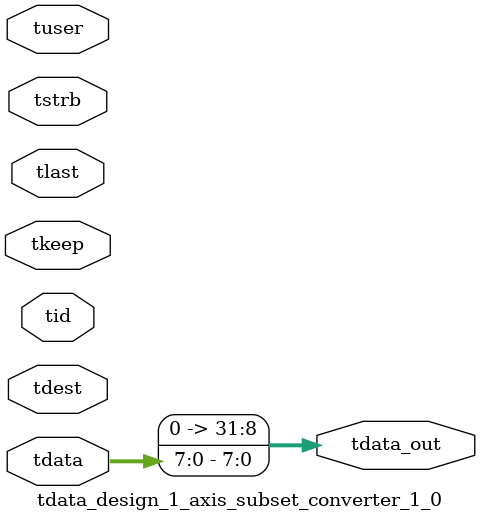
<source format=v>


`timescale 1ps/1ps

module tdata_design_1_axis_subset_converter_1_0 #
(
parameter C_S_AXIS_TDATA_WIDTH = 32,
parameter C_S_AXIS_TUSER_WIDTH = 0,
parameter C_S_AXIS_TID_WIDTH   = 0,
parameter C_S_AXIS_TDEST_WIDTH = 0,
parameter C_M_AXIS_TDATA_WIDTH = 32
)
(
input  [(C_S_AXIS_TDATA_WIDTH == 0 ? 1 : C_S_AXIS_TDATA_WIDTH)-1:0     ] tdata,
input  [(C_S_AXIS_TUSER_WIDTH == 0 ? 1 : C_S_AXIS_TUSER_WIDTH)-1:0     ] tuser,
input  [(C_S_AXIS_TID_WIDTH   == 0 ? 1 : C_S_AXIS_TID_WIDTH)-1:0       ] tid,
input  [(C_S_AXIS_TDEST_WIDTH == 0 ? 1 : C_S_AXIS_TDEST_WIDTH)-1:0     ] tdest,
input  [(C_S_AXIS_TDATA_WIDTH/8)-1:0 ] tkeep,
input  [(C_S_AXIS_TDATA_WIDTH/8)-1:0 ] tstrb,
input                                                                    tlast,
output [C_M_AXIS_TDATA_WIDTH-1:0] tdata_out
);

assign tdata_out = {16'b0000000000000000,tdata[7:0]};

endmodule


</source>
